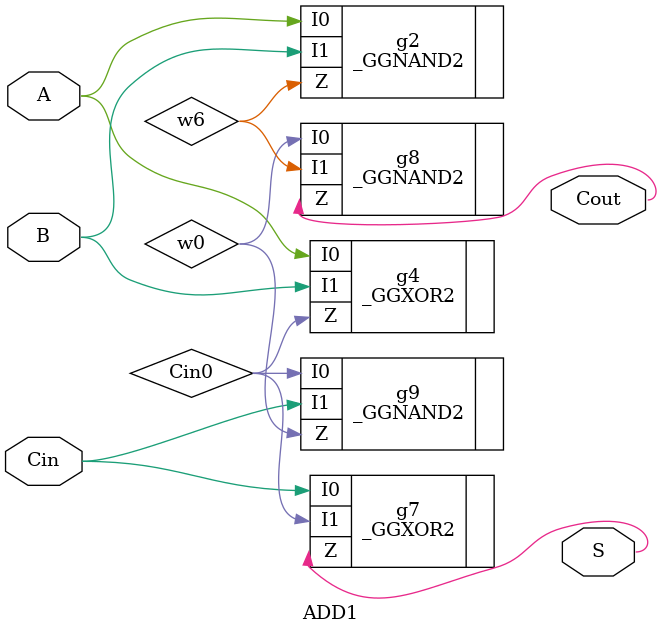
<source format=v>

`timescale 1ns/1ns

module PAGE1;    //: root_module
reg [3:0] w6;    //: /sn:0 {0}(#:171,282)(201,282)(201,262)(244,262){1}
reg w1;    //: /sn:0 {0}(279,220)(279,186){1}
reg [3:0] w5;    //: /sn:0 {0}(#:168,209)(203,209)(203,237)(244,237){1}
wire [3:0] w4;    //: /sn:0 {0}(#:310,248)(357,248)(357,228){1}
wire w0;    //: /sn:0 {0}(277,319)(277,286){1}
//: enddecls

  //: LED g4 (w4) @(357,221) /sn:0 /w:[ 1 ] /type:1
  //: SWITCH g3 (w1) @(279,173) /sn:0 /R:3 /w:[ 1 ] /st:0 /dn:0
  //: comment g13 @(10,10) /anc:1
  //: /line:"<h3>Combinational Circuit Simulation</h3> <b>(dip switches)</b>"
  //: /line:""
  //: /line:"To change the value of a dip while simulating a circuit, first click on it to open a value dialog"
  //: /line:"box. Then enter the new value in hexidecimal and click <font color=red2>Apply</font>. Start the simulator then try"
  //: /line:"changing the input values in the four-bit adder below and observe the output."
  //: /end
  //: DIP g2 (w6) @(133,282) /sn:0 /R:1 /w:[ 0 ] /st:1 /dn:0
  //: DIP g1 (w5) @(130,209) /sn:0 /R:1 /w:[ 0 ] /st:1 /dn:0
  //: comment g6 @(560,127) /sn:0 /anc:1
  //: /line:"<font color=green4>Hint: Remember, to start and unpause"
  //: /line:"the simulator press the \"<img src=\"simstart.gif\"> <font color=red2>Simulate</font>\" tab"
  //: /line:"followed by the <img src=sim_go.gif> button."
  //: /end
  //: LED g5 (w0) @(277,326) /sn:0 /R:2 /w:[ 0 ] /type:0
  ADD4 g0 (.Cin(w1), .A(w5), .B(w6), .Cout(w0), .S(w4));   //: @(245, 221) /sz:(64, 64) /sn:0 /p:[ Ti0>0 Li0>1 Li1>1 Bo0<1 Ro0<0 ]
  //: comment g12 @(10,410) /sn:0 /R:14 /anc:1
  //: /line:"<tutorial-navigation byfile=1>"
  //: /end

endmodule
//: /netlistEnd

//: /netlistBegin ADD4
module ADD4(A, Cout, Cin, B, S);
//: interface  /sz:(64, 64) /bd:[ Ti0>Cin(34/64) Li0>A[3:0](16/64) Li1>B[3:0](41/64) Bo0<Cout(32/64) Ro0<S[3:0](27/64) ] /pd: 0 /pi: 0 /pe: 0 /pp: 1
input [3:0] B;    //: /sn:0 {0}(#:35,285)(#:49,285){1}
input [3:0] A;    //: /sn:0 {0}(#:48,156)(#:79,156){1}
output Cout;    //: /sn:0 {0}(358,477)(358,444){1}
input Cin;    //: /sn:0 {0}(358,98)(358,137){1}
output [3:0] S;    //: /sn:0 {0}(636,288)(#:560,288){1}
wire A0;    //: /sn:0 {0}(85,141)(311,141)(311,150)(326,150){1}
wire w7;    //: /sn:0 {0}(554,293)(406,293)(406,328)(391,328){1}
wire A3;    //: /sn:0 {0}(85,171)(107,171)(107,405)(326,405){1}
wire w3;    //: /sn:0 {0}(358,189)(358,222){1}
wire A6;    //: /sn:0 {0}(55,280)(215,280)(215,257)(326,257){1}
wire A2;    //: /sn:0 {0}(85,161)(116,161)(116,319)(326,319){1}
wire B2;    //: /sn:0 {0}(55,290)(211,290)(211,341)(326,341){1}
wire w1;    //: /sn:0 {0}(554,273)(515,273)(515,159)(391,159){1}
wire w8;    //: /sn:0 {0}(358,392)(358,358){1}
wire w2;    //: /sn:0 {0}(554,283)(406,283)(406,244)(391,244){1}
wire A1;    //: /sn:0 {0}(85,151)(125,151)(125,228)(311,228)(311,235)(326,235){1}
wire w10;    //: /sn:0 {0}(554,303)(512,303)(512,414)(391,414){1}
wire w5;    //: /sn:0 {0}(358,306)(358,274){1}
wire B3;    //: /sn:0 {0}(55,300)(99,300)(99,427)(326,427){1}
wire B0;    //: /sn:0 {0}(55,270)(205,270)(205,172)(326,172){1}
//: enddecls

  //: IN g4 (A) @(46,156) /sn:0 /w:[ 0 ]
  assign S = {w10, w7, w2, w1}; //: CONCAT g8  @(559,288) /sn:0 /w:[ 1 0 0 0 0 ] /dr:1 /tp:0 /drp:1
  ADD1 g3 (.Cin(w8), .A(A3), .B(B3), .Cout(Cout), .S(w10));   //: @(327, 393) /sz:(63, 50) /sn:0 /p:[ Ti0>0 Li0>1 Li1>1 Bo0<1 Ro0<1 ]
  ADD1 g2 (.Cin(w5), .A(A2), .B(B2), .Cout(w8), .S(w7));   //: @(327, 307) /sz:(63, 50) /sn:0 /p:[ Ti0>0 Li0>1 Li1>1 Bo0<1 Ro0<1 ]
  ADD1 g1 (.Cin(w3), .A(A1), .B(A6), .Cout(w5), .S(w2));   //: @(327, 223) /sz:(63, 50) /sn:0 /p:[ Ti0>1 Li0>1 Li1>1 Bo0<1 Ro0<1 ]
  //: OUT g11 (Cout) @(358,474) /sn:0 /R:3 /w:[ 0 ]
  //: IN g10 (Cin) @(358,96) /sn:0 /R:3 /w:[ 0 ]
  //: IN g6 (B) @(33,285) /sn:0 /w:[ 0 ]
  assign {B3, B2, A6, B0} = B; //: CONCAT g7  @(50,285) /sn:0 /R:2 /w:[ 0 0 0 0 1 ] /dr:0 /tp:0 /drp:0
  //: OUT g9 (S) @(633,288) /sn:0 /w:[ 0 ]
  assign {A3, A2, A1, A0} = A; //: CONCAT g5  @(80,156) /sn:0 /R:2 /w:[ 0 0 0 0 1 ] /dr:0 /tp:0 /drp:0
  ADD1 g0 (.Cin(Cin), .A(A0), .B(B0), .Cout(w3), .S(w1));   //: @(327, 138) /sz:(63, 50) /sn:0 /p:[ Ti0>1 Li0>1 Li1>1 Bo0<0 Ro0<1 ]

endmodule
//: /netlistEnd

//: /netlistBegin ADD1
module ADD1(B, Cin, Cout, S, A);
//: interface  /sz:(63, 50) /bd:[ Ti0>Cin(31/63) Li0>A(12/50) Li1>B(34/50) Bo0<Cout(31/63) Ro0<S(21/50) ] /pd: 0 /pi: 0 /pe: 0 /pp: 1
input B;    //: /sn:0 {0}(113,161)(170,161){1}
//: {2}(174,161)(222,161){3}
//: {4}(172,159)(172,98)(217,98){5}
input A;    //: /sn:0 {0}(112,93)(181,93){1}
//: {2}(185,93)(50:217,93){3}
//: {4}(183,95)(183,156)(222,156){5}
output Cout;    //: /sn:0 {0}(411,157)(336,157){1}
input Cin;    //: /sn:0 {0}(274,117)(274,93){1}
//: {2}(276,91)(314,91){3}
//: {4}(274,89)(274,41)(109,41){5}
output S;    //: /sn:0 {0}(408,94)(-39:335,94){1}
wire w6;    //: /sn:0 {0}(315,159)(243,159){1}
wire Cin0;    //: /sn:0 {0}(314,96)(271,96){1}
//: {2}(267,96)(238,96){3}
//: {4}(269,98)(269,117){5}
wire w0;    //: /sn:0 {0}(315,154)(272,154)(272,138){1}
//: enddecls

  _GGXOR2 #(8) g4 (.I0(A), .I1(B), .Z(Cin0));   //: @(228,96) /sn:0 /w:[ 3 5 3 ]
  _GGNAND2 #(4) g8 (.I0(w0), .I1(w6), .Z(Cout));   //: @(326,157) /sn:0 /w:[ 0 0 1 ]
  //: joint g3 (B) @(172, 161) /w:[ 2 4 1 -1 ]
  //: joint g13 (Cin) @(274, 91) /w:[ 2 4 -1 1 ]
  _GGNAND2 #(4) g2 (.I0(A), .I1(B), .Z(w6));   //: @(233,159) /sn:0 /w:[ 5 3 1 ]
  //: IN g1 (B) @(111,161) /sn:0 /w:[ 0 ]
  //: joint g11 (Cin0) @(269, 96) /w:[ 1 -1 2 4 ]
  //: IN g10 (Cin) @(107,41) /sn:0 /w:[ 5 ]
  //: OUT g6 (Cout) @(408,157) /sn:0 /w:[ 0 ]
  _GGXOR2 #(8) g7 (.I0(Cin), .I1(Cin0), .Z(S));   //: @(325,94) /sn:0 /w:[ 3 0 1 ]
  _GGNAND2 #(4) g9 (.I0(Cin0), .I1(Cin), .Z(w0));   //: @(272,128) /sn:0 /R:3 /w:[ 5 0 1 ]
  //: OUT g5 (S) @(405,94) /sn:0 /w:[ 0 ]
  //: joint g0 (A) @(183, 93) /w:[ 2 -1 1 4 ]
  //: IN g12 (A) @(110,93) /sn:0 /w:[ 0 ]

endmodule
//: /netlistEnd


</source>
